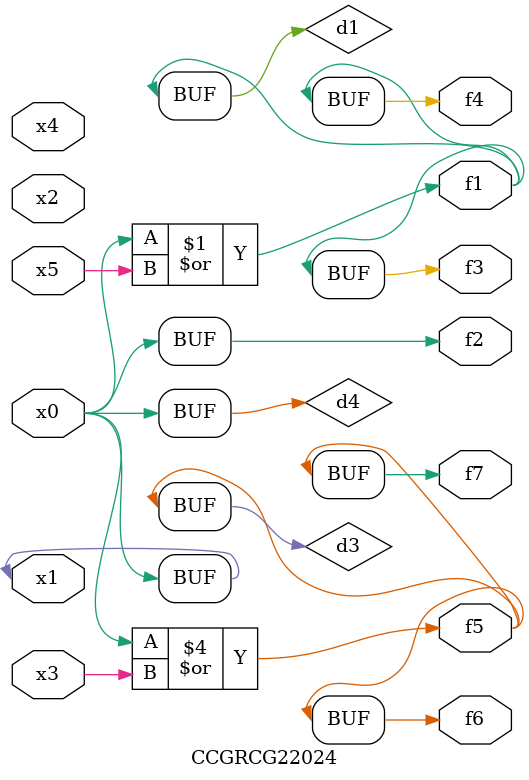
<source format=v>
module CCGRCG22024(
	input x0, x1, x2, x3, x4, x5,
	output f1, f2, f3, f4, f5, f6, f7
);

	wire d1, d2, d3, d4;

	or (d1, x0, x5);
	xnor (d2, x1, x4);
	or (d3, x0, x3);
	buf (d4, x0, x1);
	assign f1 = d1;
	assign f2 = d4;
	assign f3 = d1;
	assign f4 = d1;
	assign f5 = d3;
	assign f6 = d3;
	assign f7 = d3;
endmodule

</source>
